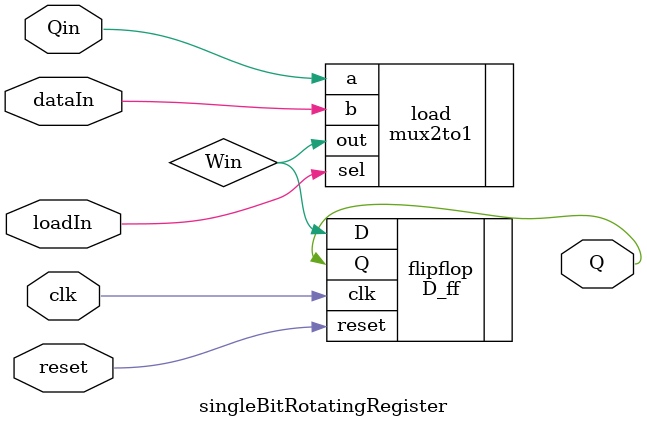
<source format=v>
`timescale 1ns/1ns

module singleBitRotatingRegister(input clk, reset, loadIn, dataIn, Qin, output Q);
	wire Win;

	mux2to1 load(.sel(loadIn), .a(Qin), .b(dataIn), .out(Win));

	D_ff flipflop(.D(Win), .reset(reset), .clk(clk), .Q(Q));

endmodule
</source>
